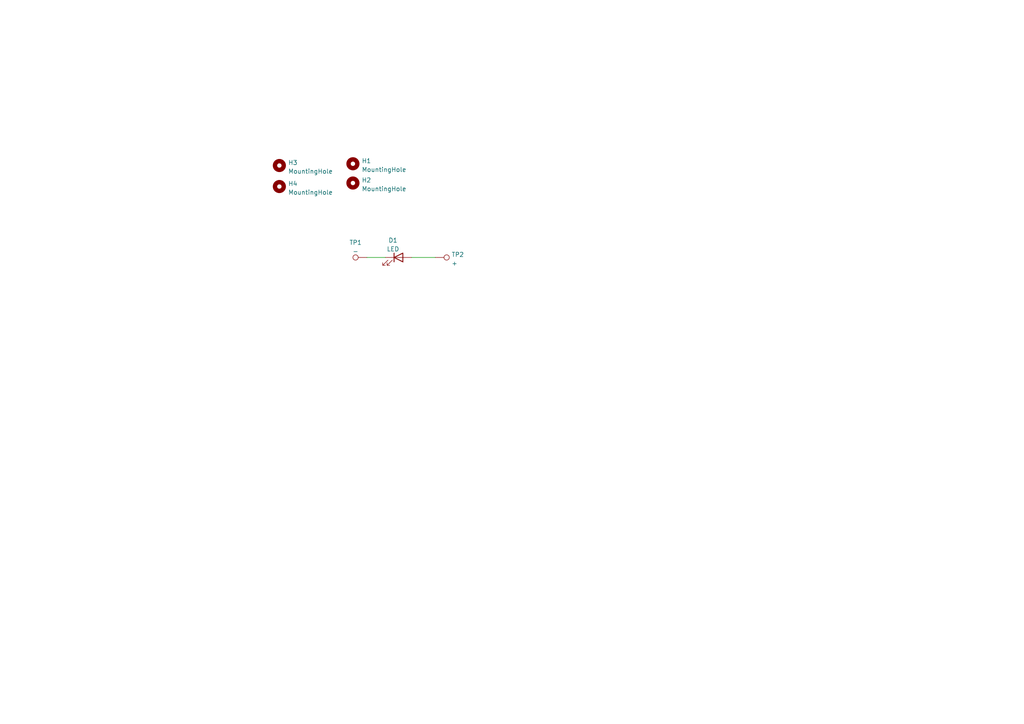
<source format=kicad_sch>
(kicad_sch (version 20211123) (generator eeschema)
  (paper "A4")
  (lib_symbols
    (symbol "Connector:TestPoint" (pin_numbers hide) (pin_names (offset 0.762) hide)
      (property "Reference" "TP" (at 0 6.858 0))
      (property "Value" "TestPoint" (at 0 5.08 0))
      (symbol "TestPoint_0_1"
        (circle (center 0 3.302) (radius 0.762))
      )
      (symbol "TestPoint_1_1"
        (pin passive line (at 0 0 90) (length 2.54) (name "1") (number "1"))
      )
    )
    (symbol "Device:LED" (pin_numbers hide) (pin_names (offset 1.016) hide)
      (property "Reference" "D" (at 0 2.54 0))
      (property "Value" "LED" (at 0 -2.54 0))
      (symbol "LED_0_1"
        (polyline (pts (xy -1.27 -1.27) (xy -1.27 1.27)) (stroke (width 0.254)))
        (polyline (pts (xy -1.27 0) (xy 1.27 0)))
        (polyline (pts (xy 1.27 -1.27) (xy 1.27 1.27) (xy -1.27 0) (xy 1.27 -1.27)) (stroke (width 0.254)))
        (polyline (pts (xy -3.048 -0.762) (xy -4.572 -2.286) (xy -3.81 -2.286) (xy -4.572 -2.286) (xy -4.572 -1.524)))
        (polyline (pts (xy -1.778 -0.762) (xy -3.302 -2.286) (xy -2.54 -2.286) (xy -3.302 -2.286) (xy -3.302 -1.524)))
      )
      (symbol "LED_1_1"
        (pin passive line (at -3.81 0 0) (length 2.54) (name "K") (number "1"))
        (pin passive line (at 3.81 0 180) (length 2.54) (name "A") (number "2"))
      )
    )
    (symbol "Mechanical:MountingHole" (pin_names (offset 1.016))
      (property "Reference" "H" (at 0 5.08 0))
      (property "Value" "MountingHole" (at 0 3.175 0))
      (symbol "MountingHole_0_1"
        (circle (center 0 0) (radius 1.27) (stroke (width 1.27)))
      )
    )
  )
  (wire (pts (xy 119.38 74.676) (xy 126.238 74.676)))
  (wire (pts (xy 106.426 74.676) (xy 111.76 74.676)))
  (symbol (lib_id "Connector:TestPoint") (at 126.238 74.676 270) (unit 1)
    (property "Reference" "TP2" (at 130.937 73.8413 90) (effects (justify left)))
    (property "Value" "+" (at 130.937 76.3782 90) (effects (justify left)))
    (property "Footprint" "TestPoint:TestPoint_Pad_2.0x2.0mm" (effects hide))
  )
  (symbol (lib_id "Device:LED") (at 115.57 74.676 0) (unit 1)
    (property "Reference" "D1" (at 113.9825 69.7062 0))
    (property "Value" "LED" (at 113.9825 72.2431 0))
    (property "Footprint" "LED_SMD:LED_Cree-XM" (effects hide))
  )
  (symbol (lib_id "Mechanical:MountingHole") (at 102.362 47.498 0) (unit 1)
    (property "Reference" "H1" (at 104.902 46.6633 0) (effects (justify left)))
    (property "Value" "MountingHole" (at 104.902 49.2002 0) (effects (justify left)))
    (property "Footprint" "MountingHole:MountingHole_2.2mm_M2" (effects hide))
  )
  (symbol (lib_id "Mechanical:MountingHole") (at 81.026 48.006 0) (unit 1)
    (property "Reference" "H3" (at 83.566 47.1713 0) (effects (justify left)))
    (property "Value" "MountingHole" (at 83.566 49.7082 0) (effects (justify left)))
    (property "Footprint" "MountingHole:MountingHole_3.2mm_M3" (effects hide))
  )
  (symbol (lib_id "Connector:TestPoint") (at 106.426 74.676 90) (unit 1)
    (property "Reference" "TP1" (at 103.124 70.3412 90))
    (property "Value" "-" (at 103.124 72.8781 90))
    (property "Footprint" "TestPoint:TestPoint_Pad_2.0x2.0mm" (effects hide))
  )
  (symbol (lib_id "Mechanical:MountingHole") (at 102.362 53.086 0) (unit 1)
    (property "Reference" "H2" (at 104.902 52.2513 0) (effects (justify left)))
    (property "Value" "MountingHole" (at 104.902 54.7882 0) (effects (justify left)))
    (property "Footprint" "MountingHole:MountingHole_2.2mm_M2" (effects hide))
  )
  (symbol (lib_id "Mechanical:MountingHole") (at 81.026 54.102 0) (unit 1)
    (property "Reference" "H4" (at 83.566 53.2673 0) (effects (justify left)))
    (property "Value" "MountingHole" (at 83.566 55.8042 0) (effects (justify left)))
    (property "Footprint" "MountingHole:MountingHole_3.2mm_M3" (effects hide))
  )
)
</source>
